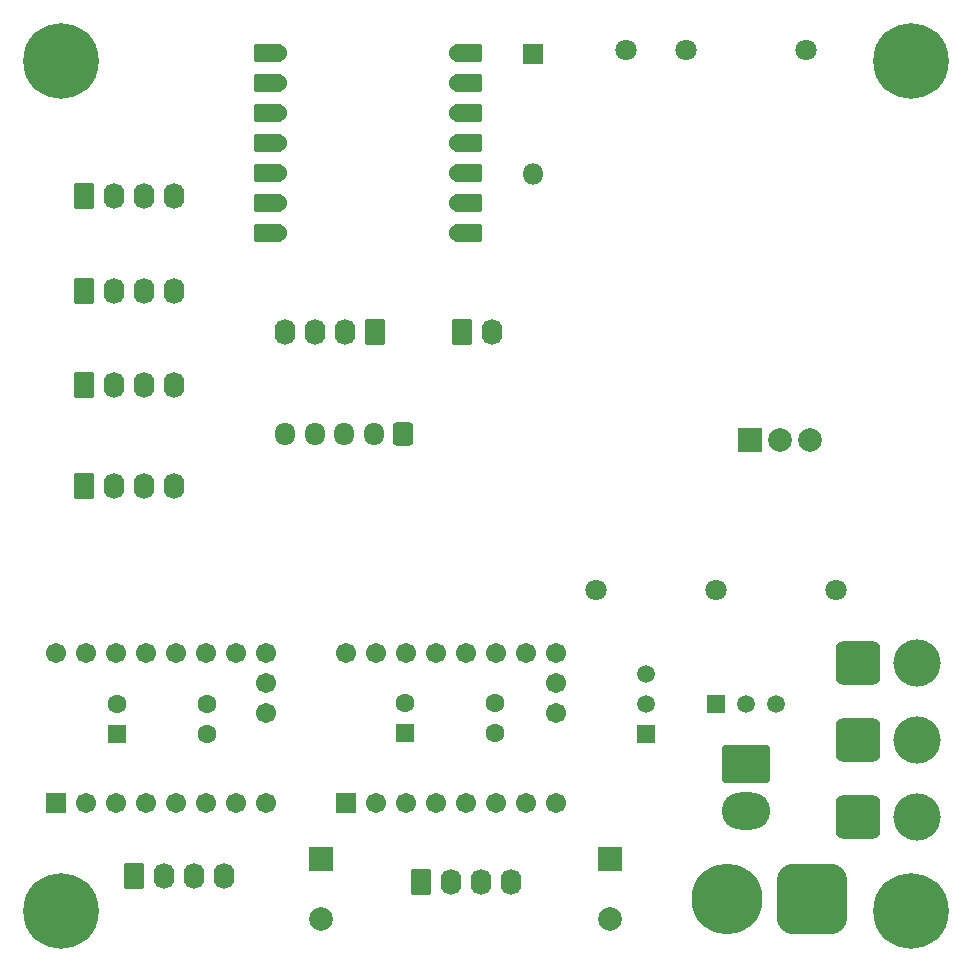
<source format=gbr>
%TF.GenerationSoftware,KiCad,Pcbnew,9.0.0*%
%TF.CreationDate,2025-04-07T10:39:53+02:00*%
%TF.ProjectId,UniBoard-Xiao,556e6942-6f61-4726-942d-5869616f2e6b,rev?*%
%TF.SameCoordinates,Original*%
%TF.FileFunction,Soldermask,Top*%
%TF.FilePolarity,Negative*%
%FSLAX46Y46*%
G04 Gerber Fmt 4.6, Leading zero omitted, Abs format (unit mm)*
G04 Created by KiCad (PCBNEW 9.0.0) date 2025-04-07 10:39:53*
%MOMM*%
%LPD*%
G01*
G04 APERTURE LIST*
G04 Aperture macros list*
%AMRoundRect*
0 Rectangle with rounded corners*
0 $1 Rounding radius*
0 $2 $3 $4 $5 $6 $7 $8 $9 X,Y pos of 4 corners*
0 Add a 4 corners polygon primitive as box body*
4,1,4,$2,$3,$4,$5,$6,$7,$8,$9,$2,$3,0*
0 Add four circle primitives for the rounded corners*
1,1,$1+$1,$2,$3*
1,1,$1+$1,$4,$5*
1,1,$1+$1,$6,$7*
1,1,$1+$1,$8,$9*
0 Add four rect primitives between the rounded corners*
20,1,$1+$1,$2,$3,$4,$5,0*
20,1,$1+$1,$4,$5,$6,$7,0*
20,1,$1+$1,$6,$7,$8,$9,0*
20,1,$1+$1,$8,$9,$2,$3,0*%
G04 Aperture macros list end*
%ADD10RoundRect,0.250000X0.600000X0.725000X-0.600000X0.725000X-0.600000X-0.725000X0.600000X-0.725000X0*%
%ADD11O,1.700000X1.950000*%
%ADD12RoundRect,0.250000X-0.620000X-0.845000X0.620000X-0.845000X0.620000X0.845000X-0.620000X0.845000X0*%
%ADD13O,1.740000X2.190000*%
%ADD14C,0.800000*%
%ADD15C,6.400000*%
%ADD16R,2.000000X2.000000*%
%ADD17C,2.000000*%
%ADD18RoundRect,0.102000X0.754000X-0.754000X0.754000X0.754000X-0.754000X0.754000X-0.754000X-0.754000X0*%
%ADD19C,1.712000*%
%ADD20RoundRect,0.760000X-1.140000X-1.140000X1.140000X-1.140000X1.140000X1.140000X-1.140000X1.140000X0*%
%ADD21C,4.000000*%
%ADD22R,1.800000X1.800000*%
%ADD23O,1.800000X1.800000*%
%ADD24RoundRect,0.152400X1.063600X0.609600X-1.063600X0.609600X-1.063600X-0.609600X1.063600X-0.609600X0*%
%ADD25C,1.524000*%
%ADD26RoundRect,0.152400X-1.063600X-0.609600X1.063600X-0.609600X1.063600X0.609600X-1.063600X0.609600X0*%
%ADD27RoundRect,0.250000X0.620000X0.845000X-0.620000X0.845000X-0.620000X-0.845000X0.620000X-0.845000X0*%
%ADD28RoundRect,1.500000X1.500000X1.500000X-1.500000X1.500000X-1.500000X-1.500000X1.500000X-1.500000X0*%
%ADD29C,6.000000*%
%ADD30R,1.500000X1.500000*%
%ADD31C,1.500000*%
%ADD32C,1.803400*%
%ADD33RoundRect,0.250000X-1.800000X1.330000X-1.800000X-1.330000X1.800000X-1.330000X1.800000X1.330000X0*%
%ADD34O,4.100000X3.160000*%
%ADD35RoundRect,0.250000X-0.550000X-0.550000X0.550000X-0.550000X0.550000X0.550000X-0.550000X0.550000X0*%
%ADD36C,1.600000*%
G04 APERTURE END LIST*
D10*
%TO.C,J11*%
X151500000Y-84074000D03*
D11*
X149000000Y-84074000D03*
X146500000Y-84074000D03*
X144000000Y-84074000D03*
X141500000Y-84074000D03*
%TD*%
D12*
%TO.C,J6*%
X128690000Y-121500000D03*
D13*
X131230000Y-121500000D03*
X133770000Y-121500000D03*
X136310000Y-121500000D03*
%TD*%
D14*
%TO.C,H3*%
X192100000Y-124500000D03*
X192802944Y-122802944D03*
X192802944Y-126197056D03*
X194500000Y-122100000D03*
D15*
X194500000Y-124500000D03*
D14*
X194500000Y-126900000D03*
X196197056Y-122802944D03*
X196197056Y-126197056D03*
X196900000Y-124500000D03*
%TD*%
D16*
%TO.C,U5*%
X180803708Y-84619167D03*
D17*
X183343708Y-84619167D03*
X185883708Y-84619167D03*
%TD*%
D18*
%TO.C,U3*%
X146610000Y-115350000D03*
D19*
X149150000Y-115350000D03*
X151690000Y-115350000D03*
X154230000Y-115350000D03*
X156770000Y-115350000D03*
X159310000Y-115350000D03*
X161850000Y-115350000D03*
X164390000Y-115350000D03*
X146610000Y-102650000D03*
X149150000Y-102650000D03*
X151690000Y-102650000D03*
X154230000Y-102650000D03*
X156770000Y-102650000D03*
X159310000Y-102650000D03*
X161850000Y-102650000D03*
X164390000Y-102650000D03*
X164390000Y-107730000D03*
X164390000Y-105190000D03*
%TD*%
D20*
%TO.C,J12*%
X190000000Y-103500000D03*
D21*
X195000000Y-103500000D03*
%TD*%
D12*
%TO.C,J1*%
X156464000Y-75438000D03*
D13*
X159004000Y-75438000D03*
%TD*%
D22*
%TO.C,D1*%
X162500000Y-51920000D03*
D23*
X162500000Y-62080000D03*
%TD*%
D16*
%TO.C,C1*%
X144500000Y-120132323D03*
D17*
X144500000Y-125132323D03*
%TD*%
D24*
%TO.C,U1*%
X140045000Y-51880000D03*
D25*
X140880000Y-51880000D03*
D24*
X140045000Y-54420000D03*
D25*
X140880000Y-54420000D03*
D24*
X140045000Y-56960000D03*
D25*
X140880000Y-56960000D03*
D24*
X140045000Y-59500000D03*
D25*
X140880000Y-59500000D03*
D24*
X140045000Y-62040000D03*
D25*
X140880000Y-62040000D03*
D24*
X140045000Y-64580000D03*
D25*
X140880000Y-64580000D03*
D24*
X140045000Y-67120000D03*
D25*
X140880000Y-67120000D03*
X156120000Y-67120000D03*
D26*
X156955000Y-67120000D03*
D25*
X156120000Y-64580000D03*
D26*
X156955000Y-64580000D03*
D25*
X156120000Y-62040000D03*
D26*
X156955000Y-62040000D03*
D25*
X156120000Y-59500000D03*
D26*
X156955000Y-59500000D03*
D25*
X156120000Y-56960000D03*
D26*
X156955000Y-56960000D03*
D25*
X156120000Y-54420000D03*
D26*
X156955000Y-54420000D03*
D25*
X156120000Y-51880000D03*
D26*
X156955000Y-51880000D03*
%TD*%
D20*
%TO.C,J13*%
X190000000Y-110000000D03*
D21*
X195000000Y-110000000D03*
%TD*%
D12*
%TO.C,J5*%
X152960000Y-122000000D03*
D13*
X155500000Y-122000000D03*
X158040000Y-122000000D03*
X160580000Y-122000000D03*
%TD*%
D14*
%TO.C,H1*%
X120100000Y-52500000D03*
X120802944Y-50802944D03*
X120802944Y-54197056D03*
X122500000Y-50100000D03*
D15*
X122500000Y-52500000D03*
D14*
X122500000Y-54900000D03*
X124197056Y-50802944D03*
X124197056Y-54197056D03*
X124900000Y-52500000D03*
%TD*%
D27*
%TO.C,J15*%
X149098000Y-75438000D03*
D13*
X146558000Y-75438000D03*
X144018000Y-75438000D03*
X141478000Y-75438000D03*
%TD*%
D28*
%TO.C,J8*%
X186100000Y-123500000D03*
D29*
X178900000Y-123500000D03*
%TD*%
D12*
%TO.C,J9*%
X124460000Y-80000000D03*
D13*
X127000000Y-80000000D03*
X129540000Y-80000000D03*
X132080000Y-80000000D03*
%TD*%
D14*
%TO.C,H4*%
X120100000Y-124500000D03*
X120802944Y-122802944D03*
X120802944Y-126197056D03*
X122500000Y-122100000D03*
D15*
X122500000Y-124500000D03*
D14*
X122500000Y-126900000D03*
X124197056Y-122802944D03*
X124197056Y-126197056D03*
X124900000Y-124500000D03*
%TD*%
D30*
%TO.C,U6*%
X177960000Y-107000000D03*
D31*
X180500000Y-107000000D03*
X183040000Y-107000000D03*
%TD*%
D12*
%TO.C,J10*%
X124460000Y-88520000D03*
D13*
X127000000Y-88520000D03*
X129540000Y-88520000D03*
X132080000Y-88520000D03*
%TD*%
D32*
%TO.C,PS1*%
X170380000Y-51640000D03*
X175460000Y-51640000D03*
X185620000Y-51640000D03*
X167840000Y-97360000D03*
X178000000Y-97360000D03*
X188160000Y-97360000D03*
%TD*%
D30*
%TO.C,U4*%
X172000000Y-109500000D03*
D31*
X172000000Y-106960000D03*
X172000000Y-104420000D03*
%TD*%
D18*
%TO.C,U2*%
X122110000Y-115350000D03*
D19*
X124650000Y-115350000D03*
X127190000Y-115350000D03*
X129730000Y-115350000D03*
X132270000Y-115350000D03*
X134810000Y-115350000D03*
X137350000Y-115350000D03*
X139890000Y-115350000D03*
X122110000Y-102650000D03*
X124650000Y-102650000D03*
X127190000Y-102650000D03*
X129730000Y-102650000D03*
X132270000Y-102650000D03*
X134810000Y-102650000D03*
X137350000Y-102650000D03*
X139890000Y-102650000D03*
X139890000Y-107730000D03*
X139890000Y-105190000D03*
%TD*%
D16*
%TO.C,C2*%
X169000000Y-120132323D03*
D17*
X169000000Y-125132323D03*
%TD*%
D12*
%TO.C,J7*%
X124460000Y-72000000D03*
D13*
X127000000Y-72000000D03*
X129540000Y-72000000D03*
X132080000Y-72000000D03*
%TD*%
D33*
%TO.C,J3*%
X180500000Y-112040000D03*
D34*
X180500000Y-116000000D03*
%TD*%
D14*
%TO.C,H2*%
X192100000Y-52500000D03*
X192802944Y-50802944D03*
X192802944Y-54197056D03*
X194500000Y-50100000D03*
D15*
X194500000Y-52500000D03*
D14*
X194500000Y-54900000D03*
X196197056Y-50802944D03*
X196197056Y-54197056D03*
X196900000Y-52500000D03*
%TD*%
D20*
%TO.C,J14*%
X190000000Y-116500000D03*
D21*
X195000000Y-116500000D03*
%TD*%
D12*
%TO.C,J4*%
X124460000Y-64000000D03*
D13*
X127000000Y-64000000D03*
X129540000Y-64000000D03*
X132080000Y-64000000D03*
%TD*%
D35*
%TO.C,SW1*%
X151638000Y-109461500D03*
D36*
X151638000Y-106921500D03*
X159258000Y-106921500D03*
X159258000Y-109461500D03*
%TD*%
D35*
%TO.C,SW2*%
X127254000Y-109474000D03*
D36*
X127254000Y-106934000D03*
X134874000Y-106934000D03*
X134874000Y-109474000D03*
%TD*%
M02*

</source>
